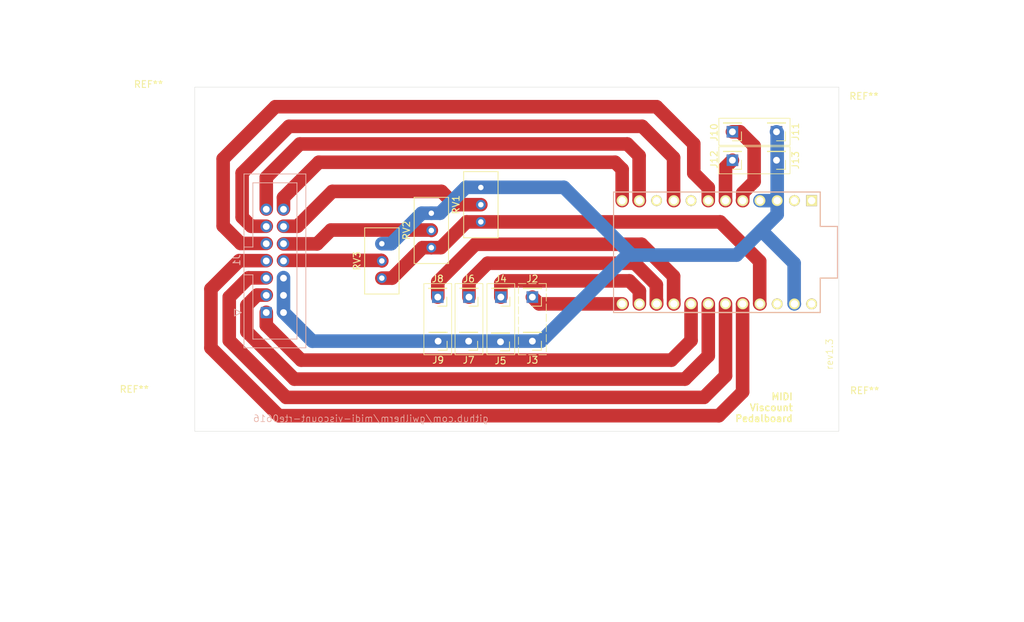
<source format=kicad_pcb>
(kicad_pcb (version 20240108) (generator "pcbnew") (generator_version "8.0")
  (layers (0 "F.Cu" signal) (31 "B.Cu" signal) (34 "B.Paste" user) (35 "F.Paste" user) (36 "B.SilkS" user "B.Silkscreen") (37 "F.SilkS" user "F.Silkscreen") (38 "B.Mask" user) (39 "F.Mask" user) (44 "Edge.Cuts" user))
  (net 0 "")
  (net 1 "Net-(U1-VCC)")
  (net 3 "Net-(J2-Pin_1)")
  (net 5 "Net-(J4-Pin_1)")
  (net 8 "Net-(J10-Pin_1)")
  (net 11 "Vseg1")
  (net 12 "VSeg3")
  (net 13 "GND")
  (net 14 "Vseg2")
  (net 15 "Net-(J12-Pin_1)")
  (net 16 "Net-(J6-Pin_1)")
  (net 17 "Net-(J8-Pin_1)")
  (net 18 "Net-(J1-Pin_1)")
  (net 19 "Net-(J1-Pin_7)")
  (net 20 "Net-(J1-Pin_13)")
  (net 21 "Net-(J1-Pin_9)")
  (net 22 "Net-(J1-Pin_3)")
  (net 23 "Net-(J1-Pin_11)")
  (net 24 "Net-(J1-Pin_14)")
  (net 25 "Net-(J1-Pin_5)")
  (footprint "Connector_PinHeader_2.54mm:PinHeader_1x01_P2.54mm_Vertical" (layer "F.Cu") (at 122.8 45.7 180)
    (property "Reference" "J12" (at 2.7 0.1 -90) (layer "F.SilkS"))
    (property "Value" "Conn_01x01_Pin")
    (fp_line (start 1.33 1.27) (end 1.33 1.33) (stroke (width 0.12)) (layer "F.SilkS"))
    (fp_line (start -1.33 1.33) (end 1.33 1.33) (stroke (width 0.12)) (layer "F.SilkS"))
    (fp_line (start -1.33 1.27) (end 1.33 1.27) (stroke (width 0.12)) (layer "F.SilkS"))
    (fp_line (start -1.33 1.27) (end -1.33 1.33) (stroke (width 0.12)) (layer "F.SilkS"))
    (fp_line (start -1.33 0) (end -1.33 -1.33) (stroke (width 0.12)) (layer "F.SilkS"))
    (fp_line (start -1.33 -1.33) (end 0 -1.33) (stroke (width 0.12)) (layer "F.SilkS"))
    (pad "1" thru_hole rect (at 0 0 180) (size 1.7 1.7) (drill 1) (layers "*.Cu" "*.Mask") (net 15 "Net-(J12-Pin_1)"))
  )
  (footprint "Connector_PinHeader_2.54mm:PinHeader_1x01_P2.54mm_Vertical" (layer "F.Cu") (at 88.65 65.9 180)
    (property "Reference" "J4" (at 0 2.7 180) (layer "F.SilkS"))
    (property "Value" "Conn_01x01_Pin")
    (fp_line (start 1.33 1.27) (end 1.33 1.33) (stroke (width 0.12)) (layer "F.SilkS"))
    (fp_line (start -1.33 1.33) (end 1.33 1.33) (stroke (width 0.12)) (layer "F.SilkS"))
    (fp_line (start -1.33 1.27) (end 1.33 1.27) (stroke (width 0.12)) (layer "F.SilkS"))
    (fp_line (start -1.33 1.27) (end -1.33 1.33) (stroke (width 0.12)) (layer "F.SilkS"))
    (fp_line (start -1.33 0) (end -1.33 -1.33) (stroke (width 0.12)) (layer "F.SilkS"))
    (fp_line (start -1.33 -1.33) (end 0 -1.33) (stroke (width 0.12)) (layer "F.SilkS"))
    (pad "1" thru_hole rect (at 0 0 180) (size 1.7 1.7) (drill 1) (layers "*.Cu" "*.Mask") (net 5 "Net-(J4-Pin_1)"))
  )
  (footprint "Connector_PinHeader_2.54mm:PinHeader_1x01_P2.54mm_Vertical" (layer "F.Cu") (at 88.6 72.5 180)
    (property "Reference" "J5" (at 0 -2.8 180) (layer "F.SilkS"))
    (property "Value" "Conn_01x01_Pin")
    (fp_line (start 1.33 1.27) (end 1.33 1.33) (stroke (width 0.12)) (layer "F.SilkS"))
    (fp_line (start -1.33 1.33) (end 1.33 1.33) (stroke (width 0.12)) (layer "F.SilkS"))
    (fp_line (start -1.33 1.27) (end 1.33 1.27) (stroke (width 0.12)) (layer "F.SilkS"))
    (fp_line (start -1.33 1.27) (end -1.33 1.33) (stroke (width 0.12)) (layer "F.SilkS"))
    (fp_line (start -1.33 0) (end -1.33 -1.33) (stroke (width 0.12)) (layer "F.SilkS"))
    (fp_line (start -1.33 -1.33) (end 0 -1.33) (stroke (width 0.12)) (layer "F.SilkS"))
    (pad "1" thru_hole rect (at 0 0 180) (size 1.7 1.7) (drill 1) (layers "*.Cu" "*.Mask") (net 13 "GND"))
  )
  (footprint "Connector_PinHeader_2.54mm:PinHeader_1x01_P2.54mm_Vertical" (layer "F.Cu") (at 93.3 72.4 180)
    (property "Reference" "J3" (at 0 -2.8 180) (layer "F.SilkS"))
    (property "Value" "Conn_01x01_Pin")
    (fp_line (start 1.33 1.27) (end 1.33 1.33) (stroke (width 0.12)) (layer "F.SilkS"))
    (fp_line (start -1.33 1.33) (end 1.33 1.33) (stroke (width 0.12)) (layer "F.SilkS"))
    (fp_line (start -1.33 1.27) (end 1.33 1.27) (stroke (width 0.12)) (layer "F.SilkS"))
    (fp_line (start -1.33 1.27) (end -1.33 1.33) (stroke (width 0.12)) (layer "F.SilkS"))
    (fp_line (start -1.33 0) (end -1.33 -1.33) (stroke (width 0.12)) (layer "F.SilkS"))
    (fp_line (start -1.33 -1.33) (end 0 -1.33) (stroke (width 0.12)) (layer "F.SilkS"))
    (pad "1" thru_hole rect (at 0 0 180) (size 1.7 1.7) (drill 1) (layers "*.Cu" "*.Mask") (net 13 "GND"))
  )
  (footprint "Connector_PinHeader_2.54mm:PinHeader_1x01_P2.54mm_Vertical" (layer "F.Cu") (at 83.9 72.4 180)
    (property "Reference" "J7" (at 0 -2.8 180) (layer "F.SilkS"))
    (property "Value" "Conn_01x01_Pin")
    (fp_line (start 1.33 1.27) (end 1.33 1.33) (stroke (width 0.12)) (layer "F.SilkS"))
    (fp_line (start -1.33 1.33) (end 1.33 1.33) (stroke (width 0.12)) (layer "F.SilkS"))
    (fp_line (start -1.33 1.27) (end 1.33 1.27) (stroke (width 0.12)) (layer "F.SilkS"))
    (fp_line (start -1.33 1.27) (end -1.33 1.33) (stroke (width 0.12)) (layer "F.SilkS"))
    (fp_line (start -1.33 0) (end -1.33 -1.33) (stroke (width 0.12)) (layer "F.SilkS"))
    (fp_line (start -1.33 -1.33) (end 0 -1.33) (stroke (width 0.12)) (layer "F.SilkS"))
    (pad "1" thru_hole rect (at 0 0 180) (size 1.7 1.7) (drill 1) (layers "*.Cu" "*.Mask") (net 13 "GND"))
  )
  (footprint "Connector_PinHeader_2.54mm:PinHeader_1x01_P2.54mm_Vertical" (layer "F.Cu") (at 83.95 65.9 180)
    (property "Reference" "J6" (at 0 2.7 180) (layer "F.SilkS"))
    (property "Value" "Conn_01x01_Pin")
    (fp_line (start 1.33 1.27) (end 1.33 1.33) (stroke (width 0.12)) (layer "F.SilkS"))
    (fp_line (start -1.33 1.33) (end 1.33 1.33) (stroke (width 0.12)) (layer "F.SilkS"))
    (fp_line (start -1.33 1.27) (end 1.33 1.27) (stroke (width 0.12)) (layer "F.SilkS"))
    (fp_line (start -1.33 1.27) (end -1.33 1.33) (stroke (width 0.12)) (layer "F.SilkS"))
    (fp_line (start -1.33 0) (end -1.33 -1.33) (stroke (width 0.12)) (layer "F.SilkS"))
    (fp_line (start -1.33 -1.33) (end 0 -1.33) (stroke (width 0.12)) (layer "F.SilkS"))
    (pad "1" thru_hole rect (at 0 0 180) (size 1.7 1.7) (drill 1) (layers "*.Cu" "*.Mask") (net 16 "Net-(J6-Pin_1)"))
  )
  (footprint "Connector_PinHeader_2.54mm:PinHeader_1x01_P2.54mm_Vertical" (layer "F.Cu") (at 122.8 41.5 180)
    (property "Reference" "J10" (at 2.7 -0.1 -90) (layer "F.SilkS"))
    (property "Value" "Conn_01x01_Pin")
    (fp_line (start 1.33 1.27) (end 1.33 1.33) (stroke (width 0.12)) (layer "F.SilkS"))
    (fp_line (start -1.33 1.33) (end 1.33 1.33) (stroke (width 0.12)) (layer "F.SilkS"))
    (fp_line (start -1.33 1.27) (end 1.33 1.27) (stroke (width 0.12)) (layer "F.SilkS"))
    (fp_line (start -1.33 1.27) (end -1.33 1.33) (stroke (width 0.12)) (layer "F.SilkS"))
    (fp_line (start -1.33 0) (end -1.33 -1.33) (stroke (width 0.12)) (layer "F.SilkS"))
    (fp_line (start -1.33 -1.33) (end 0 -1.33) (stroke (width 0.12)) (layer "F.SilkS"))
    (pad "1" thru_hole rect (at 0 0 180) (size 1.7 1.7) (drill 1) (layers "*.Cu" "*.Mask") (net 8 "Net-(J10-Pin_1)"))
  )
  (footprint "MountingHole:MountingHole_2.2mm_M2_ISO7380" (layer "F.Cu") (at 47.6 81.6)
    (property "Reference" "REF**" (at -13 -2.1 0) (layer "F.SilkS"))
    (property "Value" "MountingHole_2.2mm_M2_ISO7380")
    (pad "" np_thru_hole circle (at 0 0) (size 2.2 2.2) (drill 2.2) (layers "*.Cu" "*.Mask"))
  )
  (footprint "promicro:ProMicro" (layer "F.Cu") (at 120.51 59.28 180)
    (property "Reference" "U1" (hide yes))
    (property "Value" "ProMicro" (hide yes))
    (fp_line (start 15.24 8.89) (end -15.24 8.89) (stroke (width 0.15)) (layer "B.SilkS"))
    (fp_line (start 15.24 -8.89) (end 15.24 8.89) (stroke (width 0.15)) (layer "B.SilkS"))
    (fp_line (start -15.24 8.89) (end -15.24 3.81) (stroke (width 0.15)) (layer "B.SilkS"))
    (fp_line (start -15.24 3.81) (end -17.78 3.81) (stroke (width 0.15)) (layer "B.SilkS"))
    (fp_line (start -15.24 -3.81) (end -15.24 -8.89) (stroke (width 0.15)) (layer "B.SilkS"))
    (fp_line (start -15.24 -8.89) (end 15.24 -8.89) (stroke (width 0.15)) (layer "B.SilkS"))
    (fp_line (start -17.78 3.81) (end -17.78 -3.81) (stroke (width 0.15)) (layer "B.SilkS"))
    (fp_line (start -17.78 -3.81) (end -15.24 -3.81) (stroke (width 0.15)) (layer "B.SilkS"))
    (fp_line (start 15.24 -8.89) (end 15.24 8.89) (stroke (width 0.15)) (layer "F.SilkS"))
    (fp_line (start -15.24 8.89) (end 15.24 8.89) (stroke (width 0.15)) (layer "F.SilkS"))
    (fp_line (start -15.24 8.89) (end -15.24 3.81) (stroke (width 0.15)) (layer "F.SilkS"))
    (fp_line (start -15.24 3.81) (end -17.78 3.81) (stroke (width 0.15)) (layer "F.SilkS"))
    (fp_line (start -15.24 -3.81) (end -15.24 -8.89) (stroke (width 0.15)) (layer "F.SilkS"))
    (fp_line (start -15.24 -8.89) (end 15.24 -8.89) (stroke (width 0.15)) (layer "F.SilkS"))
    (fp_line (start -17.78 3.81) (end -17.78 -3.81) (stroke (width 0.15)) (layer "F.SilkS"))
    (fp_line (start -17.78 -3.81) (end -15.24 -3.81) (stroke (width 0.15)) (layer "F.SilkS"))
    (pad "1" thru_hole rect (at -13.97 7.62 180) (size 1.6 1.6) (drill 1.1) (layers "*.Cu" "*.Mask" "F.SilkS"))
    (pad "2" thru_hole circle (at -11.43 7.62 180) (size 1.6 1.6) (drill 1.1) (layers "*.Cu" "*.Mask" "F.SilkS"))
    (pad "3" thru_hole circle (at -8.89 7.62 180) (size 1.6 1.6) (drill 1.1) (layers "*.Cu" "*.Mask" "F.SilkS") (net 13 "GND"))
    (pad "4" thru_hole circle (at -6.35 7.62 180) (size 1.6 1.6) (drill 1.1) (layers "*.Cu" "*.Mask" "F.SilkS") (net 13 "GND"))
    (pad "5" thru_hole circle (at -3.81 7.62 180) (size 1.6 1.6) (drill 1.1) (layers "*.Cu" "*.Mask" "F.SilkS") (net 8 "Net-(J10-Pin_1)"))
    (pad "6" thru_hole circle (at -1.27 7.62 180) (size 1.6 1.6) (drill 1.1) (layers "*.Cu" "*.Mask" "F.SilkS") (net 15 "Net-(J12-Pin_1)"))
    (pad "7" thru_hole circle (at 1.27 7.62 180) (size 1.6 1.6) (drill 1.1) (layers "*.Cu" "*.Mask" "F.SilkS") (net 21 "Net-(J1-Pin_9)"))
    (pad "8" thru_hole circle (at 3.81 7.62 180) (size 1.6 1.6) (drill 1.1) (layers "*.Cu" "*.Mask" "F.SilkS"))
    (pad "9" thru_hole circle (at 6.35 7.62 180) (size 1.6 1.6) (drill 1.1) (layers "*.Cu" "*.Mask" "F.SilkS") (net 23 "Net-(J1-Pin_11)"))
    (pad "10" thru_hole circle (at 8.89 7.62 180) (size 1.6 1.6) (drill 1.1) (layers "*.Cu" "*.Mask" "F.SilkS"))
    (pad "11" thru_hole circle (at 11.43 7.62 180) (size 1.6 1.6) (drill 1.1) (layers "*.Cu" "*.Mask" "F.SilkS") (net 20 "Net-(J1-Pin_13)"))
    (pad "12" thru_hole circle (at 13.97 7.62 180) (size 1.6 1.6) (drill 1.1) (layers "*.Cu" "*.Mask" "F.SilkS") (net 24 "Net-(J1-Pin_14)"))
    (pad "13" thru_hole circle (at 13.97 -7.62 180) (size 1.6 1.6) (drill 1.1) (layers "*.Cu" "*.Mask" "F.SilkS") (net 3 "Net-(J2-Pin_1)"))
    (pad "14" thru_hole circle (at 11.43 -7.62 180) (size 1.6 1.6) (drill 1.1) (layers "*.Cu" "*.Mask" "F.SilkS") (net 5 "Net-(J4-Pin_1)"))
    (pad "15" thru_hole circle (at 8.89 -7.62 180) (size 1.6 1.6) (drill 1.1) (layers "*.Cu" "*.Mask" "F.SilkS") (net 16 "Net-(J6-Pin_1)"))
    (pad "16" thru_hole circle (at 6.35 -7.62 180) (size 1.6 1.6) (drill 1.1) (layers "*.Cu" "*.Mask" "F.SilkS") (net 17 "Net-(J8-Pin_1)"))
    (pad "17" thru_hole circle (at 3.81 -7.62 180) (size 1.6 1.6) (drill 1.1) (layers "*.Cu" "*.Mask" "F.SilkS") (net 18 "Net-(J1-Pin_1)"))
    (pad "18" thru_hole circle (at 1.27 -7.62 180) (size 1.6 1.6) (drill 1.1) (layers "*.Cu" "*.Mask" "F.SilkS") (net 22 "Net-(J1-Pin_3)"))
    (pad "19" thru_hole circle (at -1.27 -7.62 180) (size 1.6 1.6) (drill 1.1) (layers "*.Cu" "*.Mask" "F.SilkS") (net 25 "Net-(J1-Pin_5)"))
    (pad "20" thru_hole circle (at -3.81 -7.62 180) (size 1.6 1.6) (drill 1.1) (layers "*.Cu" "*.Mask" "F.SilkS") (net 19 "Net-(J1-Pin_7)"))
    (pad "21" thru_hole circle (at -6.35 -7.62 180) (size 1.6 1.6) (drill 1.1) (layers "*.Cu" "*.Mask" "F.SilkS") (net 1 "Net-(U1-VCC)"))
    (pad "22" thru_hole circle (at -8.89 -7.62 180) (size 1.6 1.6) (drill 1.1) (layers "*.Cu" "*.Mask" "F.SilkS"))
    (pad "23" thru_hole circle (at -11.43 -7.62 180) (size 1.6 1.6) (drill 1.1) (layers "*.Cu" "*.Mask" "F.SilkS") (net 13 "GND"))
    (pad "24" thru_hole circle (at -13.97 -7.62 180) (size 1.6 1.6) (drill 1.1) (layers "*.Cu" "*.Mask" "F.SilkS"))
  )
  (footprint "Potentiometer_THT:Potentiometer_Bourns_3296W_Vertical" (layer "F.Cu") (at 71.1 58.02 90)
    (property "Reference" "RV3" (at -2.54 -3.66 90) (layer "F.SilkS"))
    (property "Value" "R_Potentiometer")
    (fp_line (start 2.345 -2.53) (end 2.345 2.54) (stroke (width 0.12)) (layer "F.SilkS"))
    (fp_line (start -7.425 -2.53) (end 2.345 -2.53) (stroke (width 0.12)) (layer "F.SilkS"))
    (fp_line (start -7.425 -2.53) (end -7.425 2.54) (stroke (width 0.12)) (layer "F.SilkS"))
    (fp_line (start -7.425 2.54) (end 2.345 2.54) (stroke (width 0.12)) (layer "F.SilkS"))
    (pad "1" thru_hole circle (at 0 0 90) (size 1.44 1.44) (drill 0.8) (layers "*.Cu" "*.Mask") (net 13 "GND"))
    (pad "2" thru_hole circle (at -2.54 0 90) (size 1.44 1.44) (drill 0.8) (layers "*.Cu" "*.Mask") (net 12 "VSeg3"))
    (pad "3" thru_hole circle (at -5.08 0 90) (size 1.44 1.44) (drill 0.8) (layers "*.Cu" "*.Mask") (net 1 "Net-(U1-VCC)"))
  )
  (footprint "Potentiometer_THT:Potentiometer_Bourns_3296W_Vertical" (layer "F.Cu") (at 78.4 53.52 90)
    (property "Reference" "RV2" (at -2.54 -3.66 90) (layer "F.SilkS"))
    (property "Value" "R_Potentiometer")
    (fp_line (start 2.345 -2.53) (end 2.345 2.54) (stroke (width 0.12)) (layer "F.SilkS"))
    (fp_line (start -7.425 -2.53) (end 2.345 -2.53) (stroke (width 0.12)) (layer "F.SilkS"))
    (fp_line (start -7.425 -2.53) (end -7.425 2.54) (stroke (width 0.12)) (layer "F.SilkS"))
    (fp_line (start -7.425 2.54) (end 2.345 2.54) (stroke (width 0.12)) (layer "F.SilkS"))
    (pad "1" thru_hole circle (at 0 0 90) (size 1.44 1.44) (drill 0.8) (layers "*.Cu" "*.Mask") (net 13 "GND"))
    (pad "2" thru_hole circle (at -2.54 0 90) (size 1.44 1.44) (drill 0.8) (layers "*.Cu" "*.Mask") (net 14 "Vseg2"))
    (pad "3" thru_hole circle (at -5.08 0 90) (size 1.44 1.44) (drill 0.8) (layers "*.Cu" "*.Mask") (net 1 "Net-(U1-VCC)"))
  )
  (footprint "MountingHole:MountingHole_2.2mm_M2_ISO7380" (layer "F.Cu") (at 47.6 39)
    (property "Reference" "REF**" (at -10.9 -4.5 0) (layer "F.SilkS"))
    (property "Value" "MountingHole_2.2mm_M2_ISO7380")
    (pad "" np_thru_hole circle (at 0 0) (size 2.2 2.2) (drill 2.2) (layers "*.Cu" "*.Mask"))
  )
  (footprint "Connector_PinHeader_2.54mm:PinHeader_1x01_P2.54mm_Vertical" (layer "F.Cu") (at 79.35 65.9 180)
    (property "Reference" "J8" (at 0 2.7 180) (layer "F.SilkS"))
    (property "Value" "Conn_01x01_Pin")
    (fp_line (start 1.33 1.27) (end 1.33 1.33) (stroke (width 0.12)) (layer "F.SilkS"))
    (fp_line (start -1.33 1.33) (end 1.33 1.33) (stroke (width 0.12)) (layer "F.SilkS"))
    (fp_line (start -1.33 1.27) (end 1.33 1.27) (stroke (width 0.12)) (layer "F.SilkS"))
    (fp_line (start -1.33 1.27) (end -1.33 1.33) (stroke (width 0.12)) (layer "F.SilkS"))
    (fp_line (start -1.33 0) (end -1.33 -1.33) (stroke (width 0.12)) (layer "F.SilkS"))
    (fp_line (start -1.33 -1.33) (end 0 -1.33) (stroke (width 0.12)) (layer "F.SilkS"))
    (pad "1" thru_hole rect (at 0 0 180) (size 1.7 1.7) (drill 1) (layers "*.Cu" "*.Mask") (net 17 "Net-(J8-Pin_1)"))
  )
  (footprint "Connector_PinHeader_2.54mm:PinHeader_1x01_P2.54mm_Vertical" (layer "F.Cu") (at 79.4 72.4 180)
    (property "Reference" "J9" (at 0 -2.8 180) (layer "F.SilkS"))
    (property "Value" "Conn_01x01_Pin")
    (fp_line (start 1.33 1.27) (end 1.33 1.33) (stroke (width 0.12)) (layer "F.SilkS"))
    (fp_line (start -1.33 1.33) (end 1.33 1.33) (stroke (width 0.12)) (layer "F.SilkS"))
    (fp_line (start -1.33 1.27) (end 1.33 1.27) (stroke (width 0.12)) (layer "F.SilkS"))
    (fp_line (start -1.33 1.27) (end -1.33 1.33) (stroke (width 0.12)) (layer "F.SilkS"))
    (fp_line (start -1.33 0) (end -1.33 -1.33) (stroke (width 0.12)) (layer "F.SilkS"))
    (fp_line (start -1.33 -1.33) (end 0 -1.33) (stroke (width 0.12)) (layer "F.SilkS"))
    (pad "1" thru_hole rect (at 0 0 180) (size 1.7 1.7) (drill 1) (layers "*.Cu" "*.Mask") (net 13 "GND"))
  )
  (footprint "Connector_PinHeader_2.54mm:PinHeader_1x01_P2.54mm_Vertical" (layer "F.Cu") (at 129.3 41.5 180)
    (property "Reference" "J11" (at -2.8 0 -90) (layer "F.SilkS"))
    (property "Value" "Conn_01x01_Pin")
    (fp_line (start 1.33 1.27) (end 1.33 1.33) (stroke (width 0.12)) (layer "F.SilkS"))
    (fp_line (start -1.33 1.33) (end 1.33 1.33) (stroke (width 0.12)) (layer "F.SilkS"))
    (fp_line (start -1.33 1.27) (end 1.33 1.27) (stroke (width 0.12)) (layer "F.SilkS"))
    (fp_line (start -1.33 1.27) (end -1.33 1.33) (stroke (width 0.12)) (layer "F.SilkS"))
    (fp_line (start -1.33 0) (end -1.33 -1.33) (stroke (width 0.12)) (layer "F.SilkS"))
    (fp_line (start -1.33 -1.33) (end 0 -1.33) (stroke (width 0.12)) (layer "F.SilkS"))
    (pad "1" thru_hole rect (at 0 0 180) (size 1.7 1.7) (drill 1) (layers "*.Cu" "*.Mask") (net 13 "GND"))
  )
  (footprint "Connector_PinHeader_2.54mm:PinHeader_1x01_P2.54mm_Vertical" (layer "F.Cu") (at 93.3 65.9 180)
    (property "Reference" "J2" (at 0 2.7 180) (layer "F.SilkS"))
    (property "Value" "Conn_01x01_Pin")
    (fp_line (start 1.33 1.27) (end 1.33 1.33) (stroke (width 0.12)) (layer "F.SilkS"))
    (fp_line (start -1.33 1.33) (end 1.33 1.33) (stroke (width 0.12)) (layer "F.SilkS"))
    (fp_line (start -1.33 1.27) (end 1.33 1.27) (stroke (width 0.12)) (layer "F.SilkS"))
    (fp_line (start -1.33 1.27) (end -1.33 1.33) (stroke (width 0.12)) (layer "F.SilkS"))
    (fp_line (start -1.33 0) (end -1.33 -1.33) (stroke (width 0.12)) (layer "F.SilkS"))
    (fp_line (start -1.33 -1.33) (end 0 -1.33) (stroke (width 0.12)) (layer "F.SilkS"))
    (pad "1" thru_hole rect (at 0 0 180) (size 1.7 1.7) (drill 1) (layers "*.Cu" "*.Mask") (net 3 "Net-(J2-Pin_1)"))
  )
  (footprint "Connector_PinHeader_2.54mm:PinHeader_1x01_P2.54mm_Vertical" (layer "F.Cu") (at 129.3 45.7 180)
    (property "Reference" "J13" (at -2.8 0 -90) (layer "F.SilkS"))
    (property "Value" "Conn_01x01_Pin")
    (fp_line (start 1.33 1.27) (end 1.33 1.33) (stroke (width 0.12)) (layer "F.SilkS"))
    (fp_line (start -1.33 1.33) (end 1.33 1.33) (stroke (width 0.12)) (layer "F.SilkS"))
    (fp_line (start -1.33 1.27) (end 1.33 1.27) (stroke (width 0.12)) (layer "F.SilkS"))
    (fp_line (start -1.33 1.27) (end -1.33 1.33) (stroke (width 0.12)) (layer "F.SilkS"))
    (fp_line (start -1.33 0) (end -1.33 -1.33) (stroke (width 0.12)) (layer "F.SilkS"))
    (fp_line (start -1.33 -1.33) (end 0 -1.33) (stroke (width 0.12)) (layer "F.SilkS"))
    (pad "1" thru_hole rect (at 0 0 180) (size 1.7 1.7) (drill 1) (layers "*.Cu" "*.Mask") (net 13 "GND"))
  )
  (footprint "MountingHole:MountingHole_2.2mm_M2_ISO7380" (layer "F.Cu") (at 134.4 81.6)
    (property "Reference" "REF**" (at 7.9 -1.9 0) (layer "F.SilkS"))
    (property "Value" "MountingHole_2.2mm_M2_ISO7380")
    (pad "" np_thru_hole circle (at 0 0) (size 2.2 2.2) (drill 2.2) (layers "*.Cu" "*.Mask"))
  )
  (footprint "Potentiometer_THT:Potentiometer_Bourns_3296W_Vertical" (layer "F.Cu") (at 85.7 49.72 90)
    (property "Reference" "RV1" (at -2.54 -3.66 90) (layer "F.SilkS"))
    (property "Value" "R_Potentiometer")
    (fp_line (start 2.345 -2.53) (end 2.345 2.54) (stroke (width 0.12)) (layer "F.SilkS"))
    (fp_line (start -7.425 -2.53) (end 2.345 -2.53) (stroke (width 0.12)) (layer "F.SilkS"))
    (fp_line (start -7.425 -2.53) (end -7.425 2.54) (stroke (width 0.12)) (layer "F.SilkS"))
    (fp_line (start -7.425 2.54) (end 2.345 2.54) (stroke (width 0.12)) (layer "F.SilkS"))
    (pad "1" thru_hole circle (at 0 0 90) (size 1.44 1.44) (drill 0.8) (layers "*.Cu" "*.Mask") (net 13 "GND"))
    (pad "2" thru_hole circle (at -2.54 0 90) (size 1.44 1.44) (drill 0.8) (layers "*.Cu" "*.Mask") (net 11 "Vseg1"))
    (pad "3" thru_hole circle (at -5.08 0 90) (size 1.44 1.44) (drill 0.8) (layers "*.Cu" "*.Mask") (net 1 "Net-(U1-VCC)"))
  )
  (footprint "MountingHole:MountingHole_2.2mm_M2_ISO7380" (layer "F.Cu") (at 134.4 39)
    (property "Reference" "REF**" (at 7.8 -2.75 0) (layer "F.SilkS"))
    (property "Value" "MountingHole_2.2mm_M2_ISO7380")
    (pad "" np_thru_hole circle (at 0 0) (size 2.2 2.2) (drill 2.2) (layers "*.Cu" "*.Mask"))
  )
  (footprint "Connector_IDC:IDC-Header_2x07_P2.54mm_Vertical" (layer "B.Cu") (at 54.06 68.18)
    (property "Reference" "J1" (at -4.36 -7.74 90) (layer "B.SilkS") (effects (justify mirror)))
    (property "Value" "Conn_02x07_Odd_Even")
    (fp_line (start -4.68 -0.5) (end -4.68 0.5) (stroke (width 0.12)) (layer "B.SilkS"))
    (fp_line (start -4.68 0.5) (end -3.68 0) (stroke (width 0.12)) (layer "B.SilkS"))
    (fp_line (start -3.68 0) (end -4.68 -0.5) (stroke (width 0.12)) (layer "B.SilkS"))
    (fp_line (start -3.29 -20.45) (end 5.83 -20.45) (stroke (width 0.12)) (layer "B.SilkS"))
    (fp_line (start -3.29 -9.67) (end -1.98 -9.67) (stroke (width 0.12)) (layer "B.SilkS"))
    (fp_line (start -3.29 5.21) (end -3.29 -20.45) (stroke (width 0.12)) (layer "B.SilkS"))
    (fp_line (start -1.98 -19.15) (end 4.52 -19.15) (stroke (width 0.12)) (layer "B.SilkS"))
    (fp_line (start -1.98 -9.67) (end -1.98 -19.15) (stroke (width 0.12)) (layer "B.SilkS"))
    (fp_line (start -1.98 -9.67) (end -1.98 -9.67) (stroke (width 0.12)) (layer "B.SilkS"))
    (fp_line (start -1.98 -5.57) (end -3.29 -5.57) (stroke (width 0.12)) (layer "B.SilkS"))
    (fp_line (start -1.98 3.91) (end -1.98 -5.57) (stroke (width 0.12)) (layer "B.SilkS"))
    (fp_line (start 4.52 -19.15) (end 4.52 3.91) (stroke (width 0.12)) (layer "B.SilkS"))
    (fp_line (start 4.52 3.91) (end -1.98 3.91) (stroke (width 0.12)) (layer "B.SilkS"))
    (fp_line (start 5.83 -20.45) (end 5.83 5.21) (stroke (width 0.12)) (layer "B.SilkS"))
    (fp_line (start 5.83 5.21) (end -3.29 5.21) (stroke (width 0.12)) (layer "B.SilkS"))
    (pad "1" thru_hole roundrect (at 0 0) (size 1.7 1.7) (drill 1) (layers "*.Cu" "*.Mask") (roundrect_rratio 0.147059) (net 18 "Net-(J1-Pin_1)"))
    (pad "2" thru_hole circle (at 2.54 0) (size 1.7 1.7) (drill 1) (layers "*.Cu" "*.Mask") (net 13 "GND"))
    (pad "3" thru_hole circle (at 0 -2.54) (size 1.7 1.7) (drill 1) (layers "*.Cu" "*.Mask") (net 22 "Net-(J1-Pin_3)"))
    (pad "4" thru_hole circle (at 2.54 -2.54) (size 1.7 1.7) (drill 1) (layers "*.Cu" "*.Mask") (net 13 "GND"))
    (pad "5" thru_hole circle (at 0 -5.08) (size 1.7 1.7) (drill 1) (layers "*.Cu" "*.Mask") (net 25 "Net-(J1-Pin_5)"))
    (pad "6" thru_hole circle (at 2.54 -5.08) (size 1.7 1.7) (drill 1) (layers "*.Cu" "*.Mask") (net 13 "GND"))
    (pad "7" thru_hole circle (at 0 -7.62) (size 1.7 1.7) (drill 1) (layers "*.Cu" "*.Mask") (net 19 "Net-(J1-Pin_7)"))
    (pad "8" thru_hole circle (at 2.54 -7.62) (size 1.7 1.7) (drill 1) (layers "*.Cu" "*.Mask") (net 12 "VSeg3"))
    (pad "9" thru_hole circle (at 0 -10.16) (size 1.7 1.7) (drill 1) (layers "*.Cu" "*.Mask") (net 21 "Net-(J1-Pin_9)"))
    (pad "10" thru_hole circle (at 2.54 -10.16) (size 1.7 1.7) (drill 1) (layers "*.Cu" "*.Mask") (net 14 "Vseg2"))
    (pad "11" thru_hole circle (at 0 -12.7) (size 1.7 1.7) (drill 1) (layers "*.Cu" "*.Mask") (net 23 "Net-(J1-Pin_11)"))
    (pad "12" thru_hole circle (at 2.54 -12.7) (size 1.7 1.7) (drill 1) (layers "*.Cu" "*.Mask") (net 11 "Vseg1"))
    (pad "13" thru_hole circle (at 0 -15.24) (size 1.7 1.7) (drill 1) (layers "*.Cu" "*.Mask") (net 20 "Net-(J1-Pin_13)"))
    (pad "14" thru_hole circle (at 2.54 -15.24) (size 1.7 1.7) (drill 1) (layers "*.Cu" "*.Mask") (net 24 "Net-(J1-Pin_14)"))
  )
  (gr_rect (start 120.8 39.5) (end 131.3 43.5) (stroke (width 0.1)) (fill none) (layer "F.SilkS"))
  (gr_rect (start 91.25 63.9) (end 95.35 74.4) (stroke (width 0.1) (type dash)) (fill none) (layer "F.SilkS"))
  (gr_rect (start 77.3 63.9) (end 81.4 74.4) (stroke (width 0.1)) (fill none) (layer "F.SilkS"))
  (gr_rect (start 86.6 63.9) (end 90.7 74.4) (stroke (width 0.1)) (fill none) (layer "F.SilkS"))
  (gr_rect (start 120.8 43.7) (end 131.3 47.7) (stroke (width 0.1)) (fill none) (layer "F.SilkS"))
  (gr_rect (start 81.9 63.9) (end 86 74.4) (stroke (width 0.1)) (fill none) (layer "F.SilkS"))
  (gr_rect (start 43.5 34.9) (end 138.5 85.7) (stroke (width 0.05)) (fill none) (layer "Edge.Cuts"))
  (gr_text "github.com/gwilherm/midi-viscount-rte0616" (at 86.9 84.4 0) (layer "B.SilkS") (effects (font (size 1 1) (thickness 0.1)) (justify left bottom mirror)))
  (gr_text "rev1.3" (at 137.7 76.7 90) (layer "F.SilkS") (effects (font (size 1 1) (thickness 0.1)) (justify left bottom)))
  (gr_text "MIDI\nViscount\nPedalboard" (at 131.8 84.4 0) (layer "F.SilkS") (effects (font (size 1 1) (thickness 0.2) (bold yes)) (justify right bottom)))
  (segment (start 126.82 66.86) (end 126.86 66.9) (width 2) (layer "F.Cu") (net 1))
  (segment (start 79.8 58.6) (end 83.6 54.8) (width 2) (layer "F.Cu") (net 1))
  (segment (start 78.4 58.6) (end 77.1 58.6) (width 2) (layer "F.Cu") (net 1))
  (segment (start 78.4 58.6) (end 79.8 58.6) (width 2) (layer "F.Cu") (net 1))
  (segment (start 77.1 58.6) (end 72.6 63.1) (width 2) (layer "F.Cu") (net 1))
  (segment (start 83.6 54.8) (end 121 54.8) (width 2) (layer "F.Cu") (net 1))
  (segment (start 72.6 63.1) (end 71.1 63.1) (width 2) (layer "F.Cu") (net 1))
  (segment (start 121 54.8) (end 126.82 60.62) (width 2) (layer "F.Cu") (net 1))
  (segment (start 78.38 58.58) (end 78.4 58.6) (width 2) (layer "F.Cu") (net 1))
  (segment (start 126.82 60.62) (end 126.82 66.86) (width 2) (layer "F.Cu") (net 1))
  (segment (start 94.3 66.9) (end 93.3 65.9) (width 2) (layer "F.Cu") (net 3))
  (segment (start 106.54 66.9) (end 94.3 66.9) (width 2) (layer "F.Cu") (net 3))
  (segment (start 89 63.5) (end 88.65 63.85) (width 2) (layer "F.Cu") (net 5))
  (segment (start 109.08 66.9) (end 109.08 64.98) (width 2) (layer "F.Cu") (net 5))
  (segment (start 107.6 63.5) (end 89 63.5) (width 2) (layer "F.Cu") (net 5))
  (segment (start 109.08 64.98) (end 107.6 63.5) (width 2) (layer "F.Cu") (net 5))
  (segment (start 88.65 63.85) (end 88.65 65.9) (width 2) (layer "F.Cu") (net 5))
  (segment (start 124.32 50.52863) (end 126 48.84863) (width 2) (layer "F.Cu") (net 8))
  (segment (start 123.9 41.5) (end 122.8 41.5) (width 2) (layer "F.Cu") (net 8))
  (segment (start 124.32 51.66) (end 124.32 50.52863) (width 2) (layer "F.Cu") (net 8))
  (segment (start 124.32 51.66) (end 124.28 51.62) (width 2) (layer "F.Cu") (net 8))
  (segment (start 126 48.84863) (end 126 43.6) (width 2) (layer "F.Cu") (net 8))
  (segment (start 126 43.6) (end 123.9 41.5) (width 2) (layer "F.Cu") (net 8))
  (segment (start 56.6 55.44) (end 58.66 55.44) (width 2) (layer "F.Cu") (net 11))
  (segment (start 63.8 50.3) (end 79.9 50.3) (width 2) (layer "F.Cu") (net 11))
  (segment (start 81.86 52.26) (end 85.7 52.26) (width 2) (layer "F.Cu") (net 11))
  (segment (start 79.9 50.3) (end 81.86 52.26) (width 2) (layer "F.Cu") (net 11))
  (segment (start 58.66 55.44) (end 63.8 50.3) (width 2) (layer "F.Cu") (net 11))
  (segment (start 56.6 60.48) (end 71.02 60.48) (width 2) (layer "F.Cu") (net 12))
  (segment (start 71.02 60.48) (end 71.1 60.56) (width 2) (layer "F.Cu") (net 12))
  (segment (start 107.95 59.7) (end 97.95 49.7) (width 2) (layer "B.Cu") (net 13))
  (segment (start 129.4 51.66) (end 129.4 41.6) (width 2) (layer "B.Cu") (net 13))
  (segment (start 129.4 41.6) (end 129.3 41.5) (width 2) (layer "B.Cu") (net 13))
  (segment (start 123.4 59.7) (end 129.4 53.7) (width 2) (layer "B.Cu") (net 13))
  (segment (start 97.95 49.7) (end 83.5 49.7) (width 2) (layer "B.Cu") (net 13))
  (segment (start 56.6 63.02) (end 56.6 68.1) (width 2) (layer "B.Cu") (net 13))
  (segment (start 108 59.7) (end 107.95 59.7) (width 2) (layer "B.Cu") (net 13))
  (segment (start 108 59.7) (end 123.4 59.7) (width 2) (layer "B.Cu") (net 13))
  (segment (start 126.86 51.66) (end 129.4 51.66) (width 2) (layer "B.Cu") (net 13))
  (segment (start 129.4 53.7) (end 129.4 51.66) (width 2) (layer "B.Cu") (net 13))
  (segment (start 131.9 66.86) (end 131.9 60.9) (width 2) (layer "B.Cu") (net 13))
  (segment (start 94.6 72.4) (end 107.3 59.7) (width 2) (layer "B.Cu") (net 13))
  (segment (start 76.98 53.52) (end 72.48 58.02) (width 2) (layer "B.Cu") (net 13))
  (segment (start 56.6 68.14) (end 60.86 72.4) (width 2) (layer "B.Cu") (net 13))
  (segment (start 72.48 58.02) (end 71.1 58.02) (width 2) (layer "B.Cu") (net 13))
  (segment (start 131.94 66.9) (end 131.9 66.86) (width 2) (layer "B.Cu") (net 13))
  (segment (start 107.3 59.7) (end 108 59.7) (width 2) (layer "B.Cu") (net 13))
  (segment (start 83.5 49.7) (end 79.68 53.52) (width 2) (layer "B.Cu") (net 13))
  (segment (start 78.4 53.52) (end 76.98 53.52) (width 2) (layer "B.Cu") (net 13))
  (segment (start 60.86 72.4) (end 94.6 72.4) (width 2) (layer "B.Cu") (net 13))
  (segment (start 79.68 53.52) (end 78.4 53.52) (width 2) (layer "B.Cu") (net 13))
  (segment (start 131.9 60.9) (end 127.05 56.05) (width 2) (layer "B.Cu") (net 13))
  (segment (start 78.34 56) (end 78.4 56.06) (width 2) (layer "F.Cu") (net 14))
  (segment (start 63.6 56) (end 78.34 56) (width 2) (layer "F.Cu") (net 14))
  (segment (start 56.6 58.04) (end 61.56 58.04) (width 2) (layer "F.Cu") (net 14))
  (segment (start 61.56 58.04) (end 63.6 56) (width 2) (layer "F.Cu") (net 14))
  (segment (start 121.8 51.64) (end 121.78 51.66) (width 2) (layer "F.Cu") (net 15))
  (segment (start 121.78 51.66) (end 121.78 46.72) (width 2) (layer "F.Cu") (net 15))
  (segment (start 121.78 46.72) (end 122.8 45.7) (width 2) (layer "F.Cu") (net 15))
  (segment (start 111.62 66.4) (end 111.62 66.9) (width 2) (layer "F.Cu") (net 16))
  (segment (start 83.95 63.65) (end 83.95 65.9) (width 2) (layer "F.Cu") (net 16))
  (segment (start 111.58 64.08) (end 108.4 60.9) (width 2) (layer "F.Cu") (net 16))
  (segment (start 111.62 66.9) (end 111.58 66.86) (width 2) (layer "F.Cu") (net 16))
  (segment (start 108.4 60.9) (end 86.7 60.9) (width 2) (layer "F.Cu") (net 16))
  (segment (start 111.58 66.86) (end 111.58 64.08) (width 2) (layer "F.Cu") (net 16))
  (segment (start 86.7 60.9) (end 83.95 63.65) (width 2) (layer "F.Cu") (net 16))
  (segment (start 79.35 63.65) (end 79.35 65.9) (width 2) (layer "F.Cu") (net 17))
  (segment (start 84.9 58.1) (end 79.35 63.65) (width 2) (layer "F.Cu") (net 17))
  (segment (start 114.12 62.82) (end 109.4 58.1) (width 2) (layer "F.Cu") (net 17))
  (segment (start 109.4 58.1) (end 84.9 58.1) (width 2) (layer "F.Cu") (net 17))
  (segment (start 114.12 66.86) (end 114.12 62.82) (width 2) (layer "F.Cu") (net 17))
  (segment (start 114.16 66.9) (end 114.12 66.86) (width 2) (layer "F.Cu") (net 17))
  (segment (start 114.16 66.4) (end 114.16 66.9) (width 2) (layer "F.Cu") (net 17))
  (segment (start 59.2 75.2) (end 54.06 70.06) (width 2) (layer "F.Cu") (net 18))
  (segment (start 116.7 66.9) (end 116.7 72.3) (width 2) (layer "F.Cu") (net 18))
  (segment (start 54.06 70.06) (end 54.06 68.14) (width 2) (layer "F.Cu") (net 18))
  (segment (start 113.8 75.2) (end 59.2 75.2) (width 2) (layer "F.Cu") (net 18))
  (segment (start 116.7 72.3) (end 113.8 75.2) (width 2) (layer "F.Cu") (net 18))
  (segment (start 124.3 66.92) (end 124.3 79.9) (width 2) (layer "F.Cu") (net 19))
  (segment (start 45.9 73.4) (end 45.9 64.7) (width 2) (layer "F.Cu") (net 19))
  (segment (start 124.3 79.9) (end 120.8 83.4) (width 2) (layer "F.Cu") (net 19))
  (segment (start 50.08 60.52) (end 54.06 60.52) (width 2) (layer "F.Cu") (net 19))
  (segment (start 45.9 64.7) (end 50.08 60.52) (width 2) (layer "F.Cu") (net 19))
  (segment (start 120.8 83.4) (end 55.9 83.4) (width 2) (layer "F.Cu") (net 19))
  (segment (start 124.32 66.9) (end 124.3 66.92) (width 2) (layer "F.Cu") (net 19))
  (segment (start 55.9 83.4) (end 45.9 73.4) (width 2) (layer "F.Cu") (net 19))
  (segment (start 107.3 43.3) (end 59 43.3) (width 2) (layer "F.Cu") (net 20))
  (segment (start 109.04 45.04) (end 107.3 43.3) (width 2) (layer "F.Cu") (net 20))
  (segment (start 59 43.3) (end 54.06 48.24) (width 2) (layer "F.Cu") (net 20))
  (segment (start 109.04 51.62) (end 109.04 45.04) (width 2) (layer "F.Cu") (net 20))
  (segment (start 54.06 48.24) (end 54.06 52.9) (width 2) (layer "F.Cu") (net 20))
  (segment (start 109.08 51.66) (end 109.04 51.62) (width 2) (layer "F.Cu") (net 20))
  (segment (start 47.7 55.4) (end 47.7 45.5) (width 2) (layer "F.Cu") (net 21))
  (segment (start 54.06 57.98) (end 50.28 57.98) (width 2) (layer "F.Cu") (net 21))
  (segment (start 55.4 37.8) (end 111.614214 37.8) (width 2) (layer "F.Cu") (net 21))
  (segment (start 111.614214 37.8) (end 117.1 43.285786) (width 2) (layer "F.Cu") (net 21))
  (segment (start 119.24 49.74) (end 119.24 51.66) (width 2) (layer "F.Cu") (net 21))
  (segment (start 117.1 43.285786) (end 117.1 47.6) (width 2) (layer "F.Cu") (net 21))
  (segment (start 50.28 57.98) (end 47.7 55.4) (width 2) (layer "F.Cu") (net 21))
  (segment (start 47.7 45.5) (end 55.4 37.8) (width 2) (layer "F.Cu") (net 21))
  (segment (start 117.1 47.6) (end 119.24 49.74) (width 2) (layer "F.Cu") (net 21))
  (segment (start 52.7 65.6) (end 54.06 65.6) (width 2) (layer "F.Cu") (net 22))
  (segment (start 119.24 66.9) (end 119.24 74.56) (width 2) (layer "F.Cu") (net 22))
  (segment (start 51.2 71) (end 51.2 67.1) (width 2) (layer "F.Cu") (net 22))
  (segment (start 115.8 78) (end 58.2 78) (width 2) (layer "F.Cu") (net 22))
  (segment (start 119.24 74.56) (end 115.8 78) (width 2) (layer "F.Cu") (net 22))
  (segment (start 51.2 67.1) (end 52.7 65.6) (width 2) (layer "F.Cu") (net 22))
  (segment (start 58.2 78) (end 51.2 71) (width 2) (layer "F.Cu") (net 22))
  (segment (start 50.5 54.1) (end 50.5 47.6) (width 2) (layer "F.Cu") (net 23))
  (segment (start 57.4 40.7) (end 109.5 40.7) (width 2) (layer "F.Cu") (net 23))
  (segment (start 50.5 47.6) (end 57.4 40.7) (width 2) (layer "F.Cu") (net 23))
  (segment (start 54.06 55.44) (end 51.84 55.44) (width 2) (layer "F.Cu") (net 23))
  (segment (start 51.84 55.44) (end 50.5 54.1) (width 2) (layer "F.Cu") (net 23))
  (segment (start 109.5 40.7) (end 114.12 45.32) (width 2) (layer "F.Cu") (net 23))
  (segment (start 114.12 51.62) (end 114.16 51.66) (width 2) (layer "F.Cu") (net 23))
  (segment (start 114.12 45.32) (end 114.12 51.62) (width 2) (layer "F.Cu") (net 23))
  (segment (start 56.6 51.2) (end 61.8 46) (width 2) (layer "F.Cu") (net 24))
  (segment (start 105.5 46) (end 106.54 47.04) (width 2) (layer "F.Cu") (net 24))
  (segment (start 61.8 46) (end 105.5 46) (width 2) (layer "F.Cu") (net 24))
  (segment (start 56.6 52.9) (end 56.6 51.2) (width 2) (layer "F.Cu") (net 24))
  (segment (start 106.54 47.04) (end 106.54 51.66) (width 2) (layer "F.Cu") (net 24))
  (segment (start 48.6 72.3) (end 48.6 65.9) (width 2) (layer "F.Cu") (net 25))
  (segment (start 51.44 63.06) (end 54.06 63.06) (width 2) (layer "F.Cu") (net 25))
  (segment (start 121.78 66.9) (end 121.78 77.52) (width 2) (layer "F.Cu") (net 25))
  (segment (start 48.6 65.9) (end 51.44 63.06) (width 2) (layer "F.Cu") (net 25))
  (segment (start 57 80.7) (end 48.6 72.3) (width 2) (layer "F.Cu") (net 25))
  (segment (start 121.78 77.52) (end 118.6 80.7) (width 2) (layer "F.Cu") (net 25))
  (segment (start 118.6 80.7) (end 57 80.7) (width 2) (layer "F.Cu") (net 25))
)
</source>
